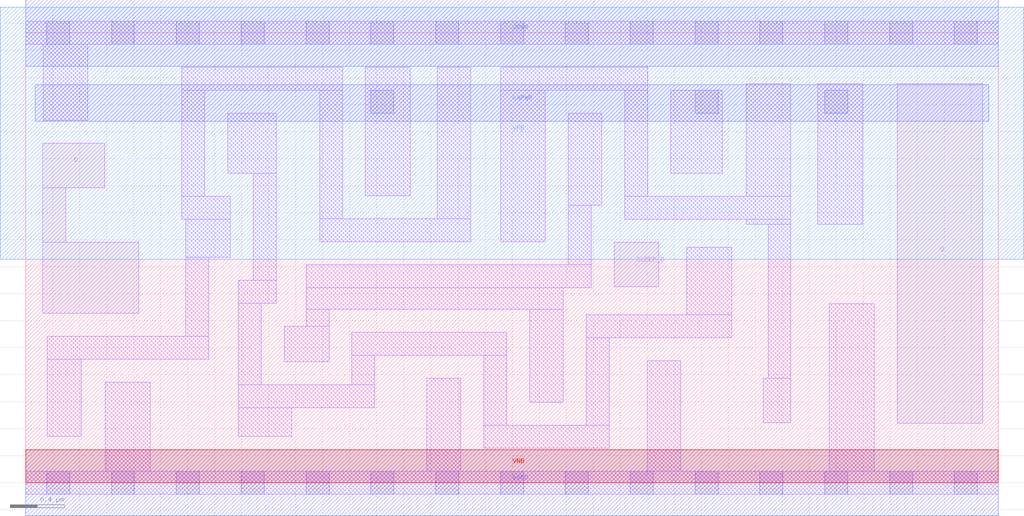
<source format=lef>
# Copyright 2020 The SkyWater PDK Authors
#
# Licensed under the Apache License, Version 2.0 (the "License");
# you may not use this file except in compliance with the License.
# You may obtain a copy of the License at
#
#     https://www.apache.org/licenses/LICENSE-2.0
#
# Unless required by applicable law or agreed to in writing, software
# distributed under the License is distributed on an "AS IS" BASIS,
# WITHOUT WARRANTIES OR CONDITIONS OF ANY KIND, either express or implied.
# See the License for the specific language governing permissions and
# limitations under the License.
#
# SPDX-License-Identifier: Apache-2.0

VERSION 5.7 ;
  NOWIREEXTENSIONATPIN ON ;
  DIVIDERCHAR "/" ;
  BUSBITCHARS "[]" ;
MACRO sky130_fd_sc_lp__isolatch_lp
  CLASS CORE ;
  FOREIGN sky130_fd_sc_lp__isolatch_lp ;
  ORIGIN  0.000000  0.000000 ;
  SIZE  7.200000 BY  3.330000 ;
  SYMMETRY X Y R90 ;
  SITE unit ;
  PIN D
    ANTENNAGATEAREA  0.126000 ;
    DIRECTION INPUT ;
    USE SIGNAL ;
    PORT
      LAYER li1 ;
        RECT 0.125000 1.255000 0.835000 1.780000 ;
        RECT 0.125000 1.780000 0.295000 2.185000 ;
        RECT 0.125000 2.185000 0.585000 2.515000 ;
    END
  END D
  PIN Q
    ANTENNADIFFAREA  0.459700 ;
    DIRECTION OUTPUT ;
    USE SIGNAL ;
    PORT
      LAYER li1 ;
        RECT 6.450000 0.440000 7.085000 2.955000 ;
    END
  END Q
  PIN KAPWR
    DIRECTION INOUT ;
    USE POWER ;
    PORT
      LAYER met1 ;
        RECT 0.070000 2.675000 7.130000 2.945000 ;
    END
  END KAPWR
  PIN SLEEP_B
    ANTENNAGATEAREA  0.222000 ;
    DIRECTION INPUT ;
    USE CLOCK ;
    PORT
      LAYER li1 ;
        RECT 4.355000 1.450000 4.685000 1.780000 ;
    END
  END SLEEP_B
  PIN VGND
    DIRECTION INOUT ;
    USE GROUND ;
    PORT
      LAYER met1 ;
        RECT 0.000000 -0.245000 7.200000 0.245000 ;
    END
  END VGND
  PIN VNB
    DIRECTION INOUT ;
    USE GROUND ;
    PORT
      LAYER pwell ;
        RECT 0.000000 0.000000 7.200000 0.245000 ;
    END
  END VNB
  PIN VPB
    DIRECTION INOUT ;
    USE POWER ;
    PORT
      LAYER nwell ;
        RECT -0.190000 1.655000 7.390000 3.520000 ;
    END
  END VPB
  PIN VPWR
    DIRECTION INOUT ;
    USE POWER ;
    PORT
      LAYER met1 ;
        RECT 0.000000 3.085000 7.200000 3.575000 ;
    END
  END VPWR
  OBS
    LAYER li1 ;
      RECT 0.000000 -0.085000 7.200000 0.085000 ;
      RECT 0.000000  3.245000 7.200000 3.415000 ;
      RECT 0.130000  2.685000 0.460000 3.245000 ;
      RECT 0.160000  0.345000 0.410000 0.915000 ;
      RECT 0.160000  0.915000 1.355000 1.085000 ;
      RECT 0.590000  0.085000 0.920000 0.745000 ;
      RECT 1.155000  1.950000 1.515000 2.120000 ;
      RECT 1.155000  2.120000 1.325000 2.905000 ;
      RECT 1.155000  2.905000 2.345000 3.075000 ;
      RECT 1.185000  1.085000 1.355000 1.670000 ;
      RECT 1.185000  1.670000 1.515000 1.950000 ;
      RECT 1.495000  2.290000 1.855000 2.735000 ;
      RECT 1.575000  0.345000 1.970000 0.555000 ;
      RECT 1.575000  0.555000 2.585000 0.725000 ;
      RECT 1.575000  0.725000 1.745000 1.330000 ;
      RECT 1.575000  1.330000 1.855000 1.500000 ;
      RECT 1.685000  1.500000 1.855000 2.290000 ;
      RECT 1.915000  0.895000 2.245000 1.160000 ;
      RECT 2.075000  1.160000 2.245000 1.285000 ;
      RECT 2.075000  1.285000 3.980000 1.445000 ;
      RECT 2.075000  1.445000 4.185000 1.615000 ;
      RECT 2.175000  1.785000 3.295000 1.955000 ;
      RECT 2.175000  1.955000 2.345000 2.905000 ;
      RECT 2.415000  0.725000 2.585000 0.945000 ;
      RECT 2.415000  0.945000 3.560000 1.115000 ;
      RECT 2.515000  2.125000 2.845000 3.075000 ;
      RECT 2.970000  0.085000 3.220000 0.775000 ;
      RECT 3.045000  1.955000 3.295000 3.075000 ;
      RECT 3.390000  0.255000 4.320000 0.425000 ;
      RECT 3.390000  0.425000 3.560000 0.945000 ;
      RECT 3.515000  1.785000 3.845000 2.905000 ;
      RECT 3.515000  2.905000 4.605000 3.075000 ;
      RECT 3.730000  0.595000 3.980000 1.285000 ;
      RECT 4.015000  1.615000 4.185000 2.055000 ;
      RECT 4.015000  2.055000 4.265000 2.735000 ;
      RECT 4.150000  0.425000 4.320000 1.075000 ;
      RECT 4.150000  1.075000 5.225000 1.245000 ;
      RECT 4.435000  1.950000 5.665000 2.120000 ;
      RECT 4.435000  2.120000 4.605000 2.905000 ;
      RECT 4.600000  0.085000 4.850000 0.905000 ;
      RECT 4.775000  2.290000 5.155000 2.905000 ;
      RECT 4.895000  1.245000 5.225000 1.745000 ;
      RECT 5.335000  1.915000 5.665000 1.950000 ;
      RECT 5.335000  2.120000 5.665000 2.955000 ;
      RECT 5.460000  0.445000 5.665000 0.775000 ;
      RECT 5.495000  0.775000 5.665000 1.915000 ;
      RECT 5.865000  1.915000 6.195000 2.955000 ;
      RECT 5.950000  0.085000 6.280000 1.325000 ;
    LAYER mcon ;
      RECT 0.155000 -0.085000 0.325000 0.085000 ;
      RECT 0.155000  3.245000 0.325000 3.415000 ;
      RECT 0.635000 -0.085000 0.805000 0.085000 ;
      RECT 0.635000  3.245000 0.805000 3.415000 ;
      RECT 1.115000 -0.085000 1.285000 0.085000 ;
      RECT 1.115000  3.245000 1.285000 3.415000 ;
      RECT 1.595000 -0.085000 1.765000 0.085000 ;
      RECT 1.595000  3.245000 1.765000 3.415000 ;
      RECT 2.075000 -0.085000 2.245000 0.085000 ;
      RECT 2.075000  3.245000 2.245000 3.415000 ;
      RECT 2.555000 -0.085000 2.725000 0.085000 ;
      RECT 2.555000  2.735000 2.725000 2.905000 ;
      RECT 2.555000  3.245000 2.725000 3.415000 ;
      RECT 3.035000 -0.085000 3.205000 0.085000 ;
      RECT 3.035000  3.245000 3.205000 3.415000 ;
      RECT 3.515000 -0.085000 3.685000 0.085000 ;
      RECT 3.515000  3.245000 3.685000 3.415000 ;
      RECT 3.995000 -0.085000 4.165000 0.085000 ;
      RECT 3.995000  3.245000 4.165000 3.415000 ;
      RECT 4.475000 -0.085000 4.645000 0.085000 ;
      RECT 4.475000  3.245000 4.645000 3.415000 ;
      RECT 4.955000 -0.085000 5.125000 0.085000 ;
      RECT 4.955000  2.735000 5.125000 2.905000 ;
      RECT 4.955000  3.245000 5.125000 3.415000 ;
      RECT 5.435000 -0.085000 5.605000 0.085000 ;
      RECT 5.435000  3.245000 5.605000 3.415000 ;
      RECT 5.915000 -0.085000 6.085000 0.085000 ;
      RECT 5.915000  2.735000 6.085000 2.905000 ;
      RECT 5.915000  3.245000 6.085000 3.415000 ;
      RECT 6.395000 -0.085000 6.565000 0.085000 ;
      RECT 6.395000  3.245000 6.565000 3.415000 ;
      RECT 6.875000 -0.085000 7.045000 0.085000 ;
      RECT 6.875000  3.245000 7.045000 3.415000 ;
  END
END sky130_fd_sc_lp__isolatch_lp
END LIBRARY

</source>
